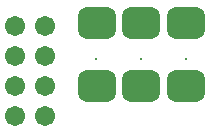
<source format=gts>
G04*
G04 #@! TF.GenerationSoftware,Altium Limited,Altium Designer,18.1.7 (191)*
G04*
G04 Layer_Color=8388736*
%FSLAX24Y24*%
%MOIN*%
G70*
G01*
G75*
G04:AMPARAMS|DCode=11|XSize=126.1mil|YSize=106.4mil|CornerRadius=28.6mil|HoleSize=0mil|Usage=FLASHONLY|Rotation=0.000|XOffset=0mil|YOffset=0mil|HoleType=Round|Shape=RoundedRectangle|*
%AMROUNDEDRECTD11*
21,1,0.1261,0.0492,0,0,0.0*
21,1,0.0689,0.1064,0,0,0.0*
1,1,0.0572,0.0344,-0.0246*
1,1,0.0572,-0.0344,-0.0246*
1,1,0.0572,-0.0344,0.0246*
1,1,0.0572,0.0344,0.0246*
%
%ADD11ROUNDEDRECTD11*%
%ADD12C,0.0080*%
%ADD13C,0.0671*%
D11*
X5000Y1800D02*
D03*
X3514D02*
D03*
X6486D02*
D03*
Y3900D02*
D03*
X3514D02*
D03*
X5000D02*
D03*
D12*
Y2700D02*
D03*
X6500D02*
D03*
X3500D02*
D03*
D13*
X800Y800D02*
D03*
Y1800D02*
D03*
Y2800D02*
D03*
Y3800D02*
D03*
X1800D02*
D03*
Y2800D02*
D03*
Y1800D02*
D03*
Y800D02*
D03*
M02*

</source>
